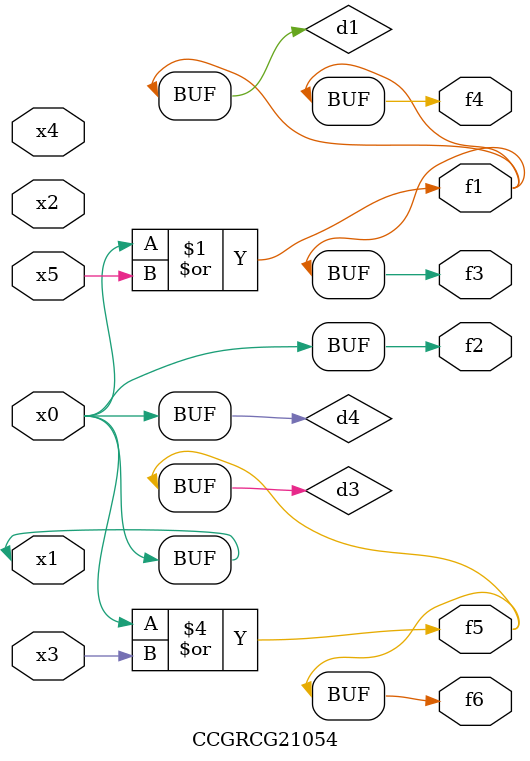
<source format=v>
module CCGRCG21054(
	input x0, x1, x2, x3, x4, x5,
	output f1, f2, f3, f4, f5, f6
);

	wire d1, d2, d3, d4;

	or (d1, x0, x5);
	xnor (d2, x1, x4);
	or (d3, x0, x3);
	buf (d4, x0, x1);
	assign f1 = d1;
	assign f2 = d4;
	assign f3 = d1;
	assign f4 = d1;
	assign f5 = d3;
	assign f6 = d3;
endmodule

</source>
